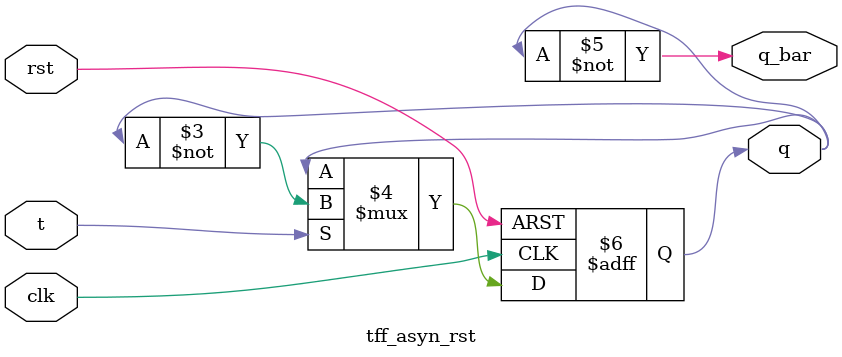
<source format=v>
module tff_asyn_rst(  
    input clk,rst,t,
    output reg q,
    output q_bar
);
  always@(posedge clk or negedge rst) begin
    if(!rst) q<=0;
    else begin
      q <= t?~q:q;
    end
  end
  assign q_bar=~q;
endmodule

</source>
